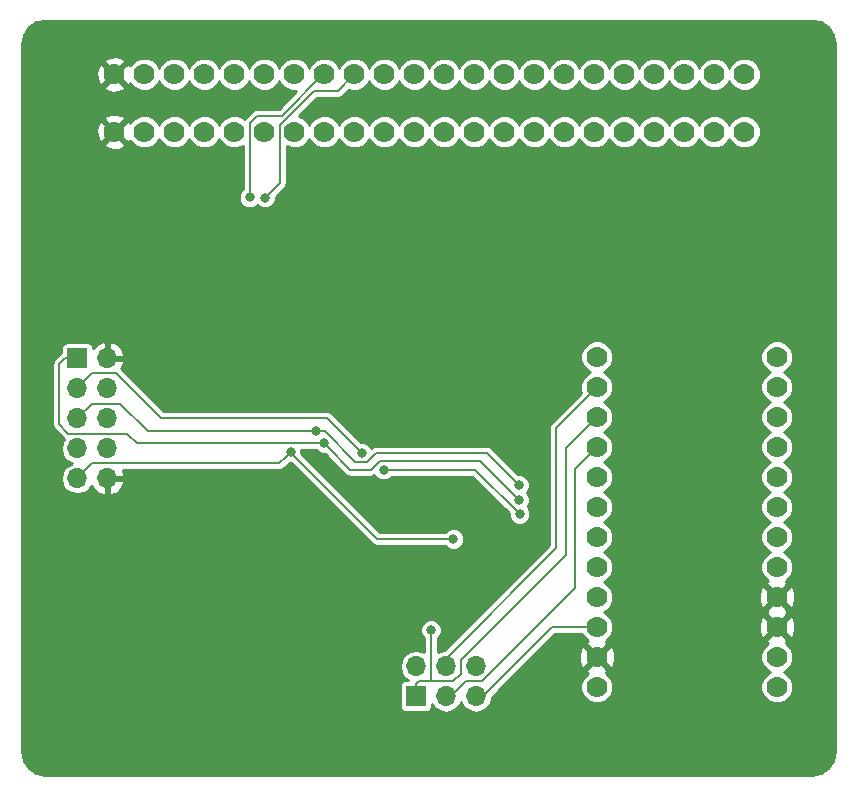
<source format=gbl>
G04 #@! TF.FileFunction,Copper,L2,Bot,Signal*
%FSLAX46Y46*%
G04 Gerber Fmt 4.6, Leading zero omitted, Abs format (unit mm)*
G04 Created by KiCad (PCBNEW 4.0.1-stable) date Monday, April 10, 2017 'AMt' 12:08:22 AM*
%MOMM*%
G01*
G04 APERTURE LIST*
%ADD10C,0.100000*%
%ADD11R,1.700000X1.700000*%
%ADD12O,1.700000X1.700000*%
%ADD13C,1.778000*%
%ADD14C,1.016000*%
%ADD15C,0.812800*%
%ADD16C,0.177800*%
%ADD17C,0.254000*%
G04 APERTURE END LIST*
D10*
D11*
X163930000Y-107780000D03*
D12*
X163930000Y-105240000D03*
X166470000Y-107780000D03*
X166470000Y-105240000D03*
X169010000Y-107780000D03*
X169010000Y-105240000D03*
D11*
X135260000Y-79180000D03*
D12*
X137800000Y-79180000D03*
X135260000Y-81720000D03*
X137800000Y-81720000D03*
X135260000Y-84260000D03*
X137800000Y-84260000D03*
X135260000Y-86800000D03*
X137800000Y-86800000D03*
X135260000Y-89340000D03*
X137800000Y-89340000D03*
D13*
X179270000Y-107000000D03*
X194510000Y-107000000D03*
X179270000Y-104460000D03*
X194510000Y-104460000D03*
X179270000Y-101920000D03*
X194510000Y-101920000D03*
X179270000Y-99380000D03*
X194510000Y-99380000D03*
X179270000Y-96840000D03*
X194510000Y-96840000D03*
X179270000Y-94300000D03*
X194510000Y-94300000D03*
X179270000Y-91760000D03*
X194510000Y-91760000D03*
X179270000Y-89220000D03*
X194510000Y-89220000D03*
X179270000Y-86680000D03*
X194510000Y-86680000D03*
X179270000Y-84140000D03*
X194510000Y-84140000D03*
X179270000Y-81600000D03*
X194510000Y-81600000D03*
X179270000Y-79060000D03*
X194510000Y-79060000D03*
X191750000Y-55140000D03*
X191750000Y-59991400D03*
X189210000Y-55140000D03*
X189210000Y-59991400D03*
X186670000Y-55140000D03*
X186670000Y-59991400D03*
X184130000Y-55140000D03*
X184130000Y-59991400D03*
X181590000Y-55140000D03*
X181590000Y-59991400D03*
X179050000Y-55140000D03*
X179050000Y-59991400D03*
X176510000Y-55140000D03*
X176510000Y-59991400D03*
X173970000Y-55140000D03*
X173970000Y-59991400D03*
X171430000Y-55140000D03*
X171430000Y-59991400D03*
X168890000Y-55140000D03*
X168890000Y-59991400D03*
X166350000Y-55140000D03*
X166350000Y-59991400D03*
X163810000Y-55140000D03*
X163810000Y-59991400D03*
X161270000Y-55140000D03*
X161270000Y-59991400D03*
X158730000Y-55140000D03*
X158730000Y-59991400D03*
X156190000Y-55140000D03*
X156190000Y-59991400D03*
X153650000Y-55140000D03*
X153650000Y-59991400D03*
X151110000Y-55140000D03*
X151110000Y-59991400D03*
X148570000Y-55140000D03*
X148570000Y-59991400D03*
X146030000Y-55140000D03*
X146030000Y-59991400D03*
X143490000Y-55140000D03*
X143490000Y-59991400D03*
X140950000Y-55140000D03*
X140950000Y-59991400D03*
X138410000Y-55140000D03*
X138410000Y-59991400D03*
D14*
X165770000Y-89760002D03*
X167110000Y-75140000D03*
X152990000Y-81940000D03*
X158610000Y-95490000D03*
X150120000Y-105450000D03*
X143530000Y-105270000D03*
D15*
X151150000Y-65570000D03*
X149860000Y-65550000D03*
X153330000Y-87120000D03*
X167120000Y-94450000D03*
X155450000Y-85360000D03*
X172650000Y-89890000D03*
X156172518Y-86367480D03*
X172680000Y-91180000D03*
X159360000Y-87179998D03*
X172720000Y-92380000D03*
X161210000Y-88589320D03*
X165220000Y-102150000D03*
D16*
X151556399Y-65163601D02*
X151150000Y-65570000D01*
X158730000Y-55140000D02*
X157330000Y-56540000D01*
X157330000Y-56540000D02*
X155278186Y-56540000D01*
X155278186Y-56540000D02*
X152418099Y-59400087D01*
X152418099Y-59400087D02*
X152418099Y-64301901D01*
X152418099Y-64301901D02*
X151556399Y-65163601D01*
X156190000Y-55140000D02*
X156067514Y-55140000D01*
X156067514Y-55140000D02*
X152567514Y-58640000D01*
X152567514Y-58640000D02*
X150500000Y-58640000D01*
X150500000Y-58640000D02*
X149860000Y-59280000D01*
X149860000Y-59280000D02*
X149860000Y-64975264D01*
X149860000Y-64975264D02*
X149860000Y-65550000D01*
X135260000Y-89340000D02*
X136530000Y-88070000D01*
X136530000Y-88070000D02*
X152380000Y-88070000D01*
X152380000Y-88070000D02*
X152923601Y-87526399D01*
X152923601Y-87526399D02*
X153330000Y-87120000D01*
X167120000Y-94450000D02*
X160660000Y-94450000D01*
X160660000Y-94450000D02*
X153736399Y-87526399D01*
X153736399Y-87526399D02*
X153330000Y-87120000D01*
X135260000Y-84260000D02*
X136520000Y-83000000D01*
X136520000Y-83000000D02*
X138890000Y-83000000D01*
X141250000Y-85360000D02*
X154875264Y-85360000D01*
X138890000Y-83000000D02*
X141250000Y-85360000D01*
X154875264Y-85360000D02*
X155450000Y-85360000D01*
X172650000Y-89890000D02*
X169940000Y-87180000D01*
X169940000Y-87180000D02*
X160570000Y-87180000D01*
X160570000Y-87180000D02*
X159820000Y-87930000D01*
X158794736Y-87930000D02*
X156224736Y-85360000D01*
X156224736Y-85360000D02*
X156024736Y-85360000D01*
X159820000Y-87930000D02*
X158794736Y-87930000D01*
X156024736Y-85360000D02*
X155450000Y-85360000D01*
X135260000Y-79180000D02*
X134232200Y-79180000D01*
X133730000Y-79682200D02*
X133730000Y-84762901D01*
X134527099Y-85560000D02*
X139510000Y-85560000D01*
X134232200Y-79180000D02*
X133730000Y-79682200D01*
X133730000Y-84762901D02*
X134527099Y-85560000D01*
X139510000Y-85560000D02*
X140317480Y-86367480D01*
X140317480Y-86367480D02*
X155597782Y-86367480D01*
X155597782Y-86367480D02*
X156172518Y-86367480D01*
X172680000Y-91180000D02*
X169340000Y-87840000D01*
X169340000Y-87840000D02*
X160869640Y-87840000D01*
X160869640Y-87840000D02*
X160119640Y-88590000D01*
X160119640Y-88590000D02*
X158395038Y-88590000D01*
X158395038Y-88590000D02*
X156578917Y-86773879D01*
X156578917Y-86773879D02*
X156172518Y-86367480D01*
X135260000Y-81720000D02*
X136540000Y-80440000D01*
X136540000Y-80440000D02*
X138590000Y-80440000D01*
X138590000Y-80440000D02*
X142385262Y-84235262D01*
X142385262Y-84235262D02*
X156405262Y-84235262D01*
X156405262Y-84235262D02*
X159349998Y-87179998D01*
X159349998Y-87179998D02*
X159360000Y-87179998D01*
X161210000Y-88589320D02*
X168929320Y-88589320D01*
X168929320Y-88589320D02*
X172720000Y-92380000D01*
X179270000Y-84140000D02*
X176660000Y-86750000D01*
X176660000Y-95824506D02*
X167750000Y-104734506D01*
X176660000Y-86750000D02*
X176660000Y-95824506D01*
X167750000Y-104734506D02*
X167750000Y-105860000D01*
X167750000Y-105860000D02*
X167090000Y-106520000D01*
X167090000Y-106520000D02*
X165220000Y-106520000D01*
X165220000Y-106520000D02*
X164162200Y-106520000D01*
X165220000Y-102150000D02*
X165220000Y-102868420D01*
X165220000Y-102868420D02*
X165220000Y-106520000D01*
X164162200Y-106520000D02*
X163930000Y-106752200D01*
X163930000Y-106752200D02*
X163930000Y-107780000D01*
X169505494Y-106510000D02*
X177420000Y-98595494D01*
X178508001Y-87441999D02*
X179270000Y-86680000D01*
X177420000Y-88530000D02*
X178508001Y-87441999D01*
X177420000Y-98595494D02*
X177420000Y-88530000D01*
X168150000Y-106510000D02*
X169505494Y-106510000D01*
X166880000Y-107780000D02*
X168150000Y-106510000D01*
X166470000Y-105240000D02*
X166470000Y-104590000D01*
X166470000Y-104590000D02*
X175800000Y-95260000D01*
X175800000Y-85070000D02*
X178508001Y-82361999D01*
X175800000Y-95260000D02*
X175800000Y-85070000D01*
X178508001Y-82361999D02*
X179270000Y-81600000D01*
X169620000Y-107780000D02*
X175480000Y-101920000D01*
X175480000Y-101920000D02*
X179270000Y-101920000D01*
D17*
G36*
X198229233Y-50739475D02*
X198847446Y-51152551D01*
X199260525Y-51770766D01*
X199417000Y-52557422D01*
X199417000Y-112442578D01*
X199260525Y-113229234D01*
X198847446Y-113847449D01*
X198229233Y-114260525D01*
X197442578Y-114417000D01*
X132557422Y-114417000D01*
X131770766Y-114260525D01*
X131152551Y-113847446D01*
X130739475Y-113229233D01*
X130583000Y-112442578D01*
X130583000Y-106930000D01*
X162562048Y-106930000D01*
X162562048Y-108630000D01*
X162597470Y-108818253D01*
X162708728Y-108991153D01*
X162878488Y-109107145D01*
X163080000Y-109147952D01*
X164780000Y-109147952D01*
X164968253Y-109112530D01*
X165141153Y-109001272D01*
X165257145Y-108831512D01*
X165297952Y-108630000D01*
X165297952Y-108449879D01*
X165509749Y-108766856D01*
X165950316Y-109061233D01*
X166470000Y-109164605D01*
X166989684Y-109061233D01*
X167430251Y-108766856D01*
X167724628Y-108326289D01*
X167740000Y-108249009D01*
X167755372Y-108326289D01*
X168049749Y-108766856D01*
X168490316Y-109061233D01*
X169010000Y-109164605D01*
X169529684Y-109061233D01*
X169970251Y-108766856D01*
X170264628Y-108326289D01*
X170350733Y-107893411D01*
X170967483Y-107276661D01*
X177872758Y-107276661D01*
X178084990Y-107790303D01*
X178477630Y-108183629D01*
X178990900Y-108396757D01*
X179546661Y-108397242D01*
X180060303Y-108185010D01*
X180453629Y-107792370D01*
X180666757Y-107279100D01*
X180667242Y-106723339D01*
X180455010Y-106209697D01*
X180062370Y-105816371D01*
X180035182Y-105805081D01*
X180077533Y-105787539D01*
X180162591Y-105532196D01*
X179270000Y-104639605D01*
X178377409Y-105532196D01*
X178462467Y-105787539D01*
X178506880Y-105803758D01*
X178479697Y-105814990D01*
X178086371Y-106207630D01*
X177873243Y-106720900D01*
X177872758Y-107276661D01*
X170967483Y-107276661D01*
X174022179Y-104221965D01*
X177734484Y-104221965D01*
X177760277Y-104827700D01*
X177942461Y-105267533D01*
X178197804Y-105352591D01*
X179090395Y-104460000D01*
X179449605Y-104460000D01*
X180342196Y-105352591D01*
X180597539Y-105267533D01*
X180791410Y-104736661D01*
X193112758Y-104736661D01*
X193324990Y-105250303D01*
X193717630Y-105643629D01*
X193925512Y-105729949D01*
X193719697Y-105814990D01*
X193326371Y-106207630D01*
X193113243Y-106720900D01*
X193112758Y-107276661D01*
X193324990Y-107790303D01*
X193717630Y-108183629D01*
X194230900Y-108396757D01*
X194786661Y-108397242D01*
X195300303Y-108185010D01*
X195693629Y-107792370D01*
X195906757Y-107279100D01*
X195907242Y-106723339D01*
X195695010Y-106209697D01*
X195302370Y-105816371D01*
X195094488Y-105730051D01*
X195300303Y-105645010D01*
X195693629Y-105252370D01*
X195906757Y-104739100D01*
X195907242Y-104183339D01*
X195695010Y-103669697D01*
X195302370Y-103276371D01*
X195275182Y-103265081D01*
X195317533Y-103247539D01*
X195402591Y-102992196D01*
X194510000Y-102099605D01*
X193617409Y-102992196D01*
X193702467Y-103247539D01*
X193746880Y-103263758D01*
X193719697Y-103274990D01*
X193326371Y-103667630D01*
X193113243Y-104180900D01*
X193112758Y-104736661D01*
X180791410Y-104736661D01*
X180805516Y-104698035D01*
X180779723Y-104092300D01*
X180597539Y-103652467D01*
X180342196Y-103567409D01*
X179449605Y-104460000D01*
X179090395Y-104460000D01*
X178197804Y-103567409D01*
X177942461Y-103652467D01*
X177734484Y-104221965D01*
X174022179Y-104221965D01*
X175727244Y-102516900D01*
X178005078Y-102516900D01*
X178084990Y-102710303D01*
X178477630Y-103103629D01*
X178504818Y-103114919D01*
X178462467Y-103132461D01*
X178377409Y-103387804D01*
X179270000Y-104280395D01*
X180162591Y-103387804D01*
X180077533Y-103132461D01*
X180033120Y-103116242D01*
X180060303Y-103105010D01*
X180453629Y-102712370D01*
X180666757Y-102199100D01*
X180667208Y-101681965D01*
X192974484Y-101681965D01*
X193000277Y-102287700D01*
X193182461Y-102727533D01*
X193437804Y-102812591D01*
X194330395Y-101920000D01*
X194689605Y-101920000D01*
X195582196Y-102812591D01*
X195837539Y-102727533D01*
X196045516Y-102158035D01*
X196019723Y-101552300D01*
X195837539Y-101112467D01*
X195582196Y-101027409D01*
X194689605Y-101920000D01*
X194330395Y-101920000D01*
X193437804Y-101027409D01*
X193182461Y-101112467D01*
X192974484Y-101681965D01*
X180667208Y-101681965D01*
X180667242Y-101643339D01*
X180455010Y-101129697D01*
X180062370Y-100736371D01*
X179854488Y-100650051D01*
X180060303Y-100565010D01*
X180173314Y-100452196D01*
X193617409Y-100452196D01*
X193683300Y-100650000D01*
X193617409Y-100847804D01*
X194510000Y-101740395D01*
X195402591Y-100847804D01*
X195336700Y-100650000D01*
X195402591Y-100452196D01*
X194510000Y-99559605D01*
X193617409Y-100452196D01*
X180173314Y-100452196D01*
X180453629Y-100172370D01*
X180666757Y-99659100D01*
X180667208Y-99141965D01*
X192974484Y-99141965D01*
X193000277Y-99747700D01*
X193182461Y-100187533D01*
X193437804Y-100272591D01*
X194330395Y-99380000D01*
X194689605Y-99380000D01*
X195582196Y-100272591D01*
X195837539Y-100187533D01*
X196045516Y-99618035D01*
X196019723Y-99012300D01*
X195837539Y-98572467D01*
X195582196Y-98487409D01*
X194689605Y-99380000D01*
X194330395Y-99380000D01*
X193437804Y-98487409D01*
X193182461Y-98572467D01*
X192974484Y-99141965D01*
X180667208Y-99141965D01*
X180667242Y-99103339D01*
X180455010Y-98589697D01*
X180062370Y-98196371D01*
X179854488Y-98110051D01*
X180060303Y-98025010D01*
X180453629Y-97632370D01*
X180666757Y-97119100D01*
X180667242Y-96563339D01*
X180455010Y-96049697D01*
X180062370Y-95656371D01*
X179854488Y-95570051D01*
X180060303Y-95485010D01*
X180453629Y-95092370D01*
X180666757Y-94579100D01*
X180667242Y-94023339D01*
X180455010Y-93509697D01*
X180062370Y-93116371D01*
X179854488Y-93030051D01*
X180060303Y-92945010D01*
X180453629Y-92552370D01*
X180666757Y-92039100D01*
X180667242Y-91483339D01*
X180455010Y-90969697D01*
X180062370Y-90576371D01*
X179854488Y-90490051D01*
X180060303Y-90405010D01*
X180453629Y-90012370D01*
X180666757Y-89499100D01*
X180667242Y-88943339D01*
X180455010Y-88429697D01*
X180062370Y-88036371D01*
X179854488Y-87950051D01*
X180060303Y-87865010D01*
X180453629Y-87472370D01*
X180666757Y-86959100D01*
X180667242Y-86403339D01*
X180455010Y-85889697D01*
X180062370Y-85496371D01*
X179854488Y-85410051D01*
X180060303Y-85325010D01*
X180453629Y-84932370D01*
X180666757Y-84419100D01*
X180667242Y-83863339D01*
X180455010Y-83349697D01*
X180062370Y-82956371D01*
X179854488Y-82870051D01*
X180060303Y-82785010D01*
X180453629Y-82392370D01*
X180666757Y-81879100D01*
X180667242Y-81323339D01*
X180455010Y-80809697D01*
X180062370Y-80416371D01*
X179854488Y-80330051D01*
X180060303Y-80245010D01*
X180453629Y-79852370D01*
X180666757Y-79339100D01*
X180666759Y-79336661D01*
X193112758Y-79336661D01*
X193324990Y-79850303D01*
X193717630Y-80243629D01*
X193925512Y-80329949D01*
X193719697Y-80414990D01*
X193326371Y-80807630D01*
X193113243Y-81320900D01*
X193112758Y-81876661D01*
X193324990Y-82390303D01*
X193717630Y-82783629D01*
X193925512Y-82869949D01*
X193719697Y-82954990D01*
X193326371Y-83347630D01*
X193113243Y-83860900D01*
X193112758Y-84416661D01*
X193324990Y-84930303D01*
X193717630Y-85323629D01*
X193925512Y-85409949D01*
X193719697Y-85494990D01*
X193326371Y-85887630D01*
X193113243Y-86400900D01*
X193112758Y-86956661D01*
X193324990Y-87470303D01*
X193717630Y-87863629D01*
X193925512Y-87949949D01*
X193719697Y-88034990D01*
X193326371Y-88427630D01*
X193113243Y-88940900D01*
X193112758Y-89496661D01*
X193324990Y-90010303D01*
X193717630Y-90403629D01*
X193925512Y-90489949D01*
X193719697Y-90574990D01*
X193326371Y-90967630D01*
X193113243Y-91480900D01*
X193112758Y-92036661D01*
X193324990Y-92550303D01*
X193717630Y-92943629D01*
X193925512Y-93029949D01*
X193719697Y-93114990D01*
X193326371Y-93507630D01*
X193113243Y-94020900D01*
X193112758Y-94576661D01*
X193324990Y-95090303D01*
X193717630Y-95483629D01*
X193925512Y-95569949D01*
X193719697Y-95654990D01*
X193326371Y-96047630D01*
X193113243Y-96560900D01*
X193112758Y-97116661D01*
X193324990Y-97630303D01*
X193717630Y-98023629D01*
X193744818Y-98034919D01*
X193702467Y-98052461D01*
X193617409Y-98307804D01*
X194510000Y-99200395D01*
X195402591Y-98307804D01*
X195317533Y-98052461D01*
X195273120Y-98036242D01*
X195300303Y-98025010D01*
X195693629Y-97632370D01*
X195906757Y-97119100D01*
X195907242Y-96563339D01*
X195695010Y-96049697D01*
X195302370Y-95656371D01*
X195094488Y-95570051D01*
X195300303Y-95485010D01*
X195693629Y-95092370D01*
X195906757Y-94579100D01*
X195907242Y-94023339D01*
X195695010Y-93509697D01*
X195302370Y-93116371D01*
X195094488Y-93030051D01*
X195300303Y-92945010D01*
X195693629Y-92552370D01*
X195906757Y-92039100D01*
X195907242Y-91483339D01*
X195695010Y-90969697D01*
X195302370Y-90576371D01*
X195094488Y-90490051D01*
X195300303Y-90405010D01*
X195693629Y-90012370D01*
X195906757Y-89499100D01*
X195907242Y-88943339D01*
X195695010Y-88429697D01*
X195302370Y-88036371D01*
X195094488Y-87950051D01*
X195300303Y-87865010D01*
X195693629Y-87472370D01*
X195906757Y-86959100D01*
X195907242Y-86403339D01*
X195695010Y-85889697D01*
X195302370Y-85496371D01*
X195094488Y-85410051D01*
X195300303Y-85325010D01*
X195693629Y-84932370D01*
X195906757Y-84419100D01*
X195907242Y-83863339D01*
X195695010Y-83349697D01*
X195302370Y-82956371D01*
X195094488Y-82870051D01*
X195300303Y-82785010D01*
X195693629Y-82392370D01*
X195906757Y-81879100D01*
X195907242Y-81323339D01*
X195695010Y-80809697D01*
X195302370Y-80416371D01*
X195094488Y-80330051D01*
X195300303Y-80245010D01*
X195693629Y-79852370D01*
X195906757Y-79339100D01*
X195907242Y-78783339D01*
X195695010Y-78269697D01*
X195302370Y-77876371D01*
X194789100Y-77663243D01*
X194233339Y-77662758D01*
X193719697Y-77874990D01*
X193326371Y-78267630D01*
X193113243Y-78780900D01*
X193112758Y-79336661D01*
X180666759Y-79336661D01*
X180667242Y-78783339D01*
X180455010Y-78269697D01*
X180062370Y-77876371D01*
X179549100Y-77663243D01*
X178993339Y-77662758D01*
X178479697Y-77874990D01*
X178086371Y-78267630D01*
X177873243Y-78780900D01*
X177872758Y-79336661D01*
X178084990Y-79850303D01*
X178477630Y-80243629D01*
X178685512Y-80329949D01*
X178479697Y-80414990D01*
X178086371Y-80807630D01*
X177873243Y-81320900D01*
X177872758Y-81876661D01*
X177953583Y-82072273D01*
X175377928Y-84647928D01*
X175248536Y-84841576D01*
X175203100Y-85070000D01*
X175203100Y-95012756D01*
X166333262Y-103882594D01*
X165950316Y-103958767D01*
X165816900Y-104047913D01*
X165816900Y-102846170D01*
X165994738Y-102668642D01*
X166134241Y-102332683D01*
X166134558Y-101968913D01*
X165995642Y-101632711D01*
X165738642Y-101375262D01*
X165402683Y-101235759D01*
X165038913Y-101235442D01*
X164702711Y-101374358D01*
X164445262Y-101631358D01*
X164305759Y-101967317D01*
X164305442Y-102331087D01*
X164444358Y-102667289D01*
X164623100Y-102846343D01*
X164623100Y-104074640D01*
X164449684Y-103958767D01*
X163930000Y-103855395D01*
X163410316Y-103958767D01*
X162969749Y-104253144D01*
X162675372Y-104693711D01*
X162572000Y-105213395D01*
X162572000Y-105266605D01*
X162675372Y-105786289D01*
X162969749Y-106226856D01*
X163246909Y-106412048D01*
X163080000Y-106412048D01*
X162891747Y-106447470D01*
X162718847Y-106558728D01*
X162602855Y-106728488D01*
X162562048Y-106930000D01*
X130583000Y-106930000D01*
X130583000Y-79682200D01*
X133133100Y-79682200D01*
X133133100Y-84762901D01*
X133178536Y-84991325D01*
X133307928Y-85184973D01*
X134105027Y-85982072D01*
X134155509Y-86015803D01*
X133978767Y-86280316D01*
X133875395Y-86800000D01*
X133978767Y-87319684D01*
X134273144Y-87760251D01*
X134713711Y-88054628D01*
X134790991Y-88070000D01*
X134713711Y-88085372D01*
X134273144Y-88379749D01*
X133978767Y-88820316D01*
X133875395Y-89340000D01*
X133978767Y-89859684D01*
X134273144Y-90300251D01*
X134713711Y-90594628D01*
X135233395Y-90698000D01*
X135286605Y-90698000D01*
X135806289Y-90594628D01*
X136246856Y-90300251D01*
X136470066Y-89966193D01*
X136528355Y-90106924D01*
X136918642Y-90535183D01*
X137443108Y-90781486D01*
X137673000Y-90660819D01*
X137673000Y-89467000D01*
X137927000Y-89467000D01*
X137927000Y-90660819D01*
X138156892Y-90781486D01*
X138681358Y-90535183D01*
X139071645Y-90106924D01*
X139241476Y-89696890D01*
X139120155Y-89467000D01*
X137927000Y-89467000D01*
X137673000Y-89467000D01*
X137653000Y-89467000D01*
X137653000Y-89213000D01*
X137673000Y-89213000D01*
X137673000Y-89193000D01*
X137927000Y-89193000D01*
X137927000Y-89213000D01*
X139120155Y-89213000D01*
X139241476Y-88983110D01*
X139110506Y-88666900D01*
X152380000Y-88666900D01*
X152608424Y-88621464D01*
X152802072Y-88492072D01*
X153259805Y-88034339D01*
X153400317Y-88034461D01*
X160237928Y-94872072D01*
X160431576Y-95001464D01*
X160660000Y-95046900D01*
X166423830Y-95046900D01*
X166601358Y-95224738D01*
X166937317Y-95364241D01*
X167301087Y-95364558D01*
X167637289Y-95225642D01*
X167894738Y-94968642D01*
X168034241Y-94632683D01*
X168034558Y-94268913D01*
X167895642Y-93932711D01*
X167638642Y-93675262D01*
X167302683Y-93535759D01*
X166938913Y-93535442D01*
X166602711Y-93674358D01*
X166423657Y-93853100D01*
X160907244Y-93853100D01*
X154244339Y-87190195D01*
X154244536Y-86964380D01*
X155476348Y-86964380D01*
X155653876Y-87142218D01*
X155989835Y-87281721D01*
X156242835Y-87281941D01*
X157972966Y-89012072D01*
X158166614Y-89141464D01*
X158395038Y-89186900D01*
X160119640Y-89186900D01*
X160348064Y-89141464D01*
X160426974Y-89088738D01*
X160434358Y-89106609D01*
X160691358Y-89364058D01*
X161027317Y-89503561D01*
X161391087Y-89503878D01*
X161727289Y-89364962D01*
X161906343Y-89186220D01*
X168682076Y-89186220D01*
X171805661Y-92309805D01*
X171805442Y-92561087D01*
X171944358Y-92897289D01*
X172201358Y-93154738D01*
X172537317Y-93294241D01*
X172901087Y-93294558D01*
X173237289Y-93155642D01*
X173494738Y-92898642D01*
X173634241Y-92562683D01*
X173634558Y-92198913D01*
X173495642Y-91862711D01*
X173393191Y-91760081D01*
X173454738Y-91698642D01*
X173594241Y-91362683D01*
X173594558Y-90998913D01*
X173455642Y-90662711D01*
X173313183Y-90520003D01*
X173424738Y-90408642D01*
X173564241Y-90072683D01*
X173564558Y-89708913D01*
X173425642Y-89372711D01*
X173168642Y-89115262D01*
X172832683Y-88975759D01*
X172579683Y-88975539D01*
X170362072Y-86757928D01*
X170168424Y-86628536D01*
X169940000Y-86583100D01*
X160570000Y-86583100D01*
X160341576Y-86628536D01*
X160169132Y-86743760D01*
X160135642Y-86662709D01*
X159878642Y-86405260D01*
X159542683Y-86265757D01*
X159279672Y-86265528D01*
X156827334Y-83813190D01*
X156633686Y-83683798D01*
X156405262Y-83638362D01*
X142632506Y-83638362D01*
X139012072Y-80017928D01*
X139008880Y-80015795D01*
X139071645Y-79946924D01*
X139241476Y-79536890D01*
X139120155Y-79307000D01*
X137927000Y-79307000D01*
X137927000Y-79327000D01*
X137673000Y-79327000D01*
X137673000Y-79307000D01*
X137653000Y-79307000D01*
X137653000Y-79053000D01*
X137673000Y-79053000D01*
X137673000Y-77859181D01*
X137927000Y-77859181D01*
X137927000Y-79053000D01*
X139120155Y-79053000D01*
X139241476Y-78823110D01*
X139071645Y-78413076D01*
X138681358Y-77984817D01*
X138156892Y-77738514D01*
X137927000Y-77859181D01*
X137673000Y-77859181D01*
X137443108Y-77738514D01*
X136918642Y-77984817D01*
X136623864Y-78308275D01*
X136592530Y-78141747D01*
X136481272Y-77968847D01*
X136311512Y-77852855D01*
X136110000Y-77812048D01*
X134410000Y-77812048D01*
X134221747Y-77847470D01*
X134048847Y-77958728D01*
X133932855Y-78128488D01*
X133892048Y-78330000D01*
X133892048Y-78703191D01*
X133810128Y-78757928D01*
X133307928Y-79260128D01*
X133178536Y-79453776D01*
X133133100Y-79682200D01*
X130583000Y-79682200D01*
X130583000Y-61063596D01*
X137517409Y-61063596D01*
X137602467Y-61318939D01*
X138171965Y-61526916D01*
X138777700Y-61501123D01*
X139217533Y-61318939D01*
X139302591Y-61063596D01*
X138410000Y-60171005D01*
X137517409Y-61063596D01*
X130583000Y-61063596D01*
X130583000Y-59753365D01*
X136874484Y-59753365D01*
X136900277Y-60359100D01*
X137082461Y-60798933D01*
X137337804Y-60883991D01*
X138230395Y-59991400D01*
X137337804Y-59098809D01*
X137082461Y-59183867D01*
X136874484Y-59753365D01*
X130583000Y-59753365D01*
X130583000Y-58919204D01*
X137517409Y-58919204D01*
X138410000Y-59811795D01*
X139302591Y-58919204D01*
X139217533Y-58663861D01*
X138648035Y-58455884D01*
X138042300Y-58481677D01*
X137602467Y-58663861D01*
X137517409Y-58919204D01*
X130583000Y-58919204D01*
X130583000Y-56212196D01*
X137517409Y-56212196D01*
X137602467Y-56467539D01*
X138171965Y-56675516D01*
X138777700Y-56649723D01*
X139217533Y-56467539D01*
X139302591Y-56212196D01*
X138410000Y-55319605D01*
X137517409Y-56212196D01*
X130583000Y-56212196D01*
X130583000Y-54901965D01*
X136874484Y-54901965D01*
X136900277Y-55507700D01*
X137082461Y-55947533D01*
X137337804Y-56032591D01*
X138230395Y-55140000D01*
X138589605Y-55140000D01*
X139482196Y-56032591D01*
X139737539Y-55947533D01*
X139753758Y-55903120D01*
X139764990Y-55930303D01*
X140157630Y-56323629D01*
X140670900Y-56536757D01*
X141226661Y-56537242D01*
X141740303Y-56325010D01*
X142133629Y-55932370D01*
X142219949Y-55724488D01*
X142304990Y-55930303D01*
X142697630Y-56323629D01*
X143210900Y-56536757D01*
X143766661Y-56537242D01*
X144280303Y-56325010D01*
X144673629Y-55932370D01*
X144759949Y-55724488D01*
X144844990Y-55930303D01*
X145237630Y-56323629D01*
X145750900Y-56536757D01*
X146306661Y-56537242D01*
X146820303Y-56325010D01*
X147213629Y-55932370D01*
X147299949Y-55724488D01*
X147384990Y-55930303D01*
X147777630Y-56323629D01*
X148290900Y-56536757D01*
X148846661Y-56537242D01*
X149360303Y-56325010D01*
X149753629Y-55932370D01*
X149839949Y-55724488D01*
X149924990Y-55930303D01*
X150317630Y-56323629D01*
X150830900Y-56536757D01*
X151386661Y-56537242D01*
X151900303Y-56325010D01*
X152293629Y-55932370D01*
X152379949Y-55724488D01*
X152464990Y-55930303D01*
X152857630Y-56323629D01*
X153370900Y-56536757D01*
X153826216Y-56537154D01*
X152320270Y-58043100D01*
X150500000Y-58043100D01*
X150271576Y-58088536D01*
X150077928Y-58217928D01*
X149437928Y-58857928D01*
X149427708Y-58873223D01*
X149362370Y-58807771D01*
X148849100Y-58594643D01*
X148293339Y-58594158D01*
X147779697Y-58806390D01*
X147386371Y-59199030D01*
X147300051Y-59406912D01*
X147215010Y-59201097D01*
X146822370Y-58807771D01*
X146309100Y-58594643D01*
X145753339Y-58594158D01*
X145239697Y-58806390D01*
X144846371Y-59199030D01*
X144760051Y-59406912D01*
X144675010Y-59201097D01*
X144282370Y-58807771D01*
X143769100Y-58594643D01*
X143213339Y-58594158D01*
X142699697Y-58806390D01*
X142306371Y-59199030D01*
X142220051Y-59406912D01*
X142135010Y-59201097D01*
X141742370Y-58807771D01*
X141229100Y-58594643D01*
X140673339Y-58594158D01*
X140159697Y-58806390D01*
X139766371Y-59199030D01*
X139755081Y-59226218D01*
X139737539Y-59183867D01*
X139482196Y-59098809D01*
X138589605Y-59991400D01*
X139482196Y-60883991D01*
X139737539Y-60798933D01*
X139753758Y-60754520D01*
X139764990Y-60781703D01*
X140157630Y-61175029D01*
X140670900Y-61388157D01*
X141226661Y-61388642D01*
X141740303Y-61176410D01*
X142133629Y-60783770D01*
X142219949Y-60575888D01*
X142304990Y-60781703D01*
X142697630Y-61175029D01*
X143210900Y-61388157D01*
X143766661Y-61388642D01*
X144280303Y-61176410D01*
X144673629Y-60783770D01*
X144759949Y-60575888D01*
X144844990Y-60781703D01*
X145237630Y-61175029D01*
X145750900Y-61388157D01*
X146306661Y-61388642D01*
X146820303Y-61176410D01*
X147213629Y-60783770D01*
X147299949Y-60575888D01*
X147384990Y-60781703D01*
X147777630Y-61175029D01*
X148290900Y-61388157D01*
X148846661Y-61388642D01*
X149263100Y-61216573D01*
X149263100Y-64853830D01*
X149085262Y-65031358D01*
X148945759Y-65367317D01*
X148945442Y-65731087D01*
X149084358Y-66067289D01*
X149341358Y-66324738D01*
X149677317Y-66464241D01*
X150041087Y-66464558D01*
X150377289Y-66325642D01*
X150494997Y-66208139D01*
X150631358Y-66344738D01*
X150967317Y-66484241D01*
X151331087Y-66484558D01*
X151667289Y-66345642D01*
X151924738Y-66088642D01*
X152064241Y-65752683D01*
X152064461Y-65499683D01*
X152840171Y-64723973D01*
X152969563Y-64530325D01*
X153014999Y-64301901D01*
X153014999Y-61240374D01*
X153370900Y-61388157D01*
X153926661Y-61388642D01*
X154440303Y-61176410D01*
X154833629Y-60783770D01*
X154919949Y-60575888D01*
X155004990Y-60781703D01*
X155397630Y-61175029D01*
X155910900Y-61388157D01*
X156466661Y-61388642D01*
X156980303Y-61176410D01*
X157373629Y-60783770D01*
X157459949Y-60575888D01*
X157544990Y-60781703D01*
X157937630Y-61175029D01*
X158450900Y-61388157D01*
X159006661Y-61388642D01*
X159520303Y-61176410D01*
X159913629Y-60783770D01*
X159999949Y-60575888D01*
X160084990Y-60781703D01*
X160477630Y-61175029D01*
X160990900Y-61388157D01*
X161546661Y-61388642D01*
X162060303Y-61176410D01*
X162453629Y-60783770D01*
X162539949Y-60575888D01*
X162624990Y-60781703D01*
X163017630Y-61175029D01*
X163530900Y-61388157D01*
X164086661Y-61388642D01*
X164600303Y-61176410D01*
X164993629Y-60783770D01*
X165079949Y-60575888D01*
X165164990Y-60781703D01*
X165557630Y-61175029D01*
X166070900Y-61388157D01*
X166626661Y-61388642D01*
X167140303Y-61176410D01*
X167533629Y-60783770D01*
X167619949Y-60575888D01*
X167704990Y-60781703D01*
X168097630Y-61175029D01*
X168610900Y-61388157D01*
X169166661Y-61388642D01*
X169680303Y-61176410D01*
X170073629Y-60783770D01*
X170159949Y-60575888D01*
X170244990Y-60781703D01*
X170637630Y-61175029D01*
X171150900Y-61388157D01*
X171706661Y-61388642D01*
X172220303Y-61176410D01*
X172613629Y-60783770D01*
X172699949Y-60575888D01*
X172784990Y-60781703D01*
X173177630Y-61175029D01*
X173690900Y-61388157D01*
X174246661Y-61388642D01*
X174760303Y-61176410D01*
X175153629Y-60783770D01*
X175239949Y-60575888D01*
X175324990Y-60781703D01*
X175717630Y-61175029D01*
X176230900Y-61388157D01*
X176786661Y-61388642D01*
X177300303Y-61176410D01*
X177693629Y-60783770D01*
X177779949Y-60575888D01*
X177864990Y-60781703D01*
X178257630Y-61175029D01*
X178770900Y-61388157D01*
X179326661Y-61388642D01*
X179840303Y-61176410D01*
X180233629Y-60783770D01*
X180319949Y-60575888D01*
X180404990Y-60781703D01*
X180797630Y-61175029D01*
X181310900Y-61388157D01*
X181866661Y-61388642D01*
X182380303Y-61176410D01*
X182773629Y-60783770D01*
X182859949Y-60575888D01*
X182944990Y-60781703D01*
X183337630Y-61175029D01*
X183850900Y-61388157D01*
X184406661Y-61388642D01*
X184920303Y-61176410D01*
X185313629Y-60783770D01*
X185399949Y-60575888D01*
X185484990Y-60781703D01*
X185877630Y-61175029D01*
X186390900Y-61388157D01*
X186946661Y-61388642D01*
X187460303Y-61176410D01*
X187853629Y-60783770D01*
X187939949Y-60575888D01*
X188024990Y-60781703D01*
X188417630Y-61175029D01*
X188930900Y-61388157D01*
X189486661Y-61388642D01*
X190000303Y-61176410D01*
X190393629Y-60783770D01*
X190479949Y-60575888D01*
X190564990Y-60781703D01*
X190957630Y-61175029D01*
X191470900Y-61388157D01*
X192026661Y-61388642D01*
X192540303Y-61176410D01*
X192933629Y-60783770D01*
X193146757Y-60270500D01*
X193147242Y-59714739D01*
X192935010Y-59201097D01*
X192542370Y-58807771D01*
X192029100Y-58594643D01*
X191473339Y-58594158D01*
X190959697Y-58806390D01*
X190566371Y-59199030D01*
X190480051Y-59406912D01*
X190395010Y-59201097D01*
X190002370Y-58807771D01*
X189489100Y-58594643D01*
X188933339Y-58594158D01*
X188419697Y-58806390D01*
X188026371Y-59199030D01*
X187940051Y-59406912D01*
X187855010Y-59201097D01*
X187462370Y-58807771D01*
X186949100Y-58594643D01*
X186393339Y-58594158D01*
X185879697Y-58806390D01*
X185486371Y-59199030D01*
X185400051Y-59406912D01*
X185315010Y-59201097D01*
X184922370Y-58807771D01*
X184409100Y-58594643D01*
X183853339Y-58594158D01*
X183339697Y-58806390D01*
X182946371Y-59199030D01*
X182860051Y-59406912D01*
X182775010Y-59201097D01*
X182382370Y-58807771D01*
X181869100Y-58594643D01*
X181313339Y-58594158D01*
X180799697Y-58806390D01*
X180406371Y-59199030D01*
X180320051Y-59406912D01*
X180235010Y-59201097D01*
X179842370Y-58807771D01*
X179329100Y-58594643D01*
X178773339Y-58594158D01*
X178259697Y-58806390D01*
X177866371Y-59199030D01*
X177780051Y-59406912D01*
X177695010Y-59201097D01*
X177302370Y-58807771D01*
X176789100Y-58594643D01*
X176233339Y-58594158D01*
X175719697Y-58806390D01*
X175326371Y-59199030D01*
X175240051Y-59406912D01*
X175155010Y-59201097D01*
X174762370Y-58807771D01*
X174249100Y-58594643D01*
X173693339Y-58594158D01*
X173179697Y-58806390D01*
X172786371Y-59199030D01*
X172700051Y-59406912D01*
X172615010Y-59201097D01*
X172222370Y-58807771D01*
X171709100Y-58594643D01*
X171153339Y-58594158D01*
X170639697Y-58806390D01*
X170246371Y-59199030D01*
X170160051Y-59406912D01*
X170075010Y-59201097D01*
X169682370Y-58807771D01*
X169169100Y-58594643D01*
X168613339Y-58594158D01*
X168099697Y-58806390D01*
X167706371Y-59199030D01*
X167620051Y-59406912D01*
X167535010Y-59201097D01*
X167142370Y-58807771D01*
X166629100Y-58594643D01*
X166073339Y-58594158D01*
X165559697Y-58806390D01*
X165166371Y-59199030D01*
X165080051Y-59406912D01*
X164995010Y-59201097D01*
X164602370Y-58807771D01*
X164089100Y-58594643D01*
X163533339Y-58594158D01*
X163019697Y-58806390D01*
X162626371Y-59199030D01*
X162540051Y-59406912D01*
X162455010Y-59201097D01*
X162062370Y-58807771D01*
X161549100Y-58594643D01*
X160993339Y-58594158D01*
X160479697Y-58806390D01*
X160086371Y-59199030D01*
X160000051Y-59406912D01*
X159915010Y-59201097D01*
X159522370Y-58807771D01*
X159009100Y-58594643D01*
X158453339Y-58594158D01*
X157939697Y-58806390D01*
X157546371Y-59199030D01*
X157460051Y-59406912D01*
X157375010Y-59201097D01*
X156982370Y-58807771D01*
X156469100Y-58594643D01*
X155913339Y-58594158D01*
X155399697Y-58806390D01*
X155006371Y-59199030D01*
X154920051Y-59406912D01*
X154835010Y-59201097D01*
X154442370Y-58807771D01*
X154027025Y-58635305D01*
X155525430Y-57136900D01*
X157330000Y-57136900D01*
X157558424Y-57091464D01*
X157752072Y-56962072D01*
X158257637Y-56456507D01*
X158450900Y-56536757D01*
X159006661Y-56537242D01*
X159520303Y-56325010D01*
X159913629Y-55932370D01*
X159999949Y-55724488D01*
X160084990Y-55930303D01*
X160477630Y-56323629D01*
X160990900Y-56536757D01*
X161546661Y-56537242D01*
X162060303Y-56325010D01*
X162453629Y-55932370D01*
X162539949Y-55724488D01*
X162624990Y-55930303D01*
X163017630Y-56323629D01*
X163530900Y-56536757D01*
X164086661Y-56537242D01*
X164600303Y-56325010D01*
X164993629Y-55932370D01*
X165079949Y-55724488D01*
X165164990Y-55930303D01*
X165557630Y-56323629D01*
X166070900Y-56536757D01*
X166626661Y-56537242D01*
X167140303Y-56325010D01*
X167533629Y-55932370D01*
X167619949Y-55724488D01*
X167704990Y-55930303D01*
X168097630Y-56323629D01*
X168610900Y-56536757D01*
X169166661Y-56537242D01*
X169680303Y-56325010D01*
X170073629Y-55932370D01*
X170159949Y-55724488D01*
X170244990Y-55930303D01*
X170637630Y-56323629D01*
X171150900Y-56536757D01*
X171706661Y-56537242D01*
X172220303Y-56325010D01*
X172613629Y-55932370D01*
X172699949Y-55724488D01*
X172784990Y-55930303D01*
X173177630Y-56323629D01*
X173690900Y-56536757D01*
X174246661Y-56537242D01*
X174760303Y-56325010D01*
X175153629Y-55932370D01*
X175239949Y-55724488D01*
X175324990Y-55930303D01*
X175717630Y-56323629D01*
X176230900Y-56536757D01*
X176786661Y-56537242D01*
X177300303Y-56325010D01*
X177693629Y-55932370D01*
X177779949Y-55724488D01*
X177864990Y-55930303D01*
X178257630Y-56323629D01*
X178770900Y-56536757D01*
X179326661Y-56537242D01*
X179840303Y-56325010D01*
X180233629Y-55932370D01*
X180319949Y-55724488D01*
X180404990Y-55930303D01*
X180797630Y-56323629D01*
X181310900Y-56536757D01*
X181866661Y-56537242D01*
X182380303Y-56325010D01*
X182773629Y-55932370D01*
X182859949Y-55724488D01*
X182944990Y-55930303D01*
X183337630Y-56323629D01*
X183850900Y-56536757D01*
X184406661Y-56537242D01*
X184920303Y-56325010D01*
X185313629Y-55932370D01*
X185399949Y-55724488D01*
X185484990Y-55930303D01*
X185877630Y-56323629D01*
X186390900Y-56536757D01*
X186946661Y-56537242D01*
X187460303Y-56325010D01*
X187853629Y-55932370D01*
X187939949Y-55724488D01*
X188024990Y-55930303D01*
X188417630Y-56323629D01*
X188930900Y-56536757D01*
X189486661Y-56537242D01*
X190000303Y-56325010D01*
X190393629Y-55932370D01*
X190479949Y-55724488D01*
X190564990Y-55930303D01*
X190957630Y-56323629D01*
X191470900Y-56536757D01*
X192026661Y-56537242D01*
X192540303Y-56325010D01*
X192933629Y-55932370D01*
X193146757Y-55419100D01*
X193147242Y-54863339D01*
X192935010Y-54349697D01*
X192542370Y-53956371D01*
X192029100Y-53743243D01*
X191473339Y-53742758D01*
X190959697Y-53954990D01*
X190566371Y-54347630D01*
X190480051Y-54555512D01*
X190395010Y-54349697D01*
X190002370Y-53956371D01*
X189489100Y-53743243D01*
X188933339Y-53742758D01*
X188419697Y-53954990D01*
X188026371Y-54347630D01*
X187940051Y-54555512D01*
X187855010Y-54349697D01*
X187462370Y-53956371D01*
X186949100Y-53743243D01*
X186393339Y-53742758D01*
X185879697Y-53954990D01*
X185486371Y-54347630D01*
X185400051Y-54555512D01*
X185315010Y-54349697D01*
X184922370Y-53956371D01*
X184409100Y-53743243D01*
X183853339Y-53742758D01*
X183339697Y-53954990D01*
X182946371Y-54347630D01*
X182860051Y-54555512D01*
X182775010Y-54349697D01*
X182382370Y-53956371D01*
X181869100Y-53743243D01*
X181313339Y-53742758D01*
X180799697Y-53954990D01*
X180406371Y-54347630D01*
X180320051Y-54555512D01*
X180235010Y-54349697D01*
X179842370Y-53956371D01*
X179329100Y-53743243D01*
X178773339Y-53742758D01*
X178259697Y-53954990D01*
X177866371Y-54347630D01*
X177780051Y-54555512D01*
X177695010Y-54349697D01*
X177302370Y-53956371D01*
X176789100Y-53743243D01*
X176233339Y-53742758D01*
X175719697Y-53954990D01*
X175326371Y-54347630D01*
X175240051Y-54555512D01*
X175155010Y-54349697D01*
X174762370Y-53956371D01*
X174249100Y-53743243D01*
X173693339Y-53742758D01*
X173179697Y-53954990D01*
X172786371Y-54347630D01*
X172700051Y-54555512D01*
X172615010Y-54349697D01*
X172222370Y-53956371D01*
X171709100Y-53743243D01*
X171153339Y-53742758D01*
X170639697Y-53954990D01*
X170246371Y-54347630D01*
X170160051Y-54555512D01*
X170075010Y-54349697D01*
X169682370Y-53956371D01*
X169169100Y-53743243D01*
X168613339Y-53742758D01*
X168099697Y-53954990D01*
X167706371Y-54347630D01*
X167620051Y-54555512D01*
X167535010Y-54349697D01*
X167142370Y-53956371D01*
X166629100Y-53743243D01*
X166073339Y-53742758D01*
X165559697Y-53954990D01*
X165166371Y-54347630D01*
X165080051Y-54555512D01*
X164995010Y-54349697D01*
X164602370Y-53956371D01*
X164089100Y-53743243D01*
X163533339Y-53742758D01*
X163019697Y-53954990D01*
X162626371Y-54347630D01*
X162540051Y-54555512D01*
X162455010Y-54349697D01*
X162062370Y-53956371D01*
X161549100Y-53743243D01*
X160993339Y-53742758D01*
X160479697Y-53954990D01*
X160086371Y-54347630D01*
X160000051Y-54555512D01*
X159915010Y-54349697D01*
X159522370Y-53956371D01*
X159009100Y-53743243D01*
X158453339Y-53742758D01*
X157939697Y-53954990D01*
X157546371Y-54347630D01*
X157460051Y-54555512D01*
X157375010Y-54349697D01*
X156982370Y-53956371D01*
X156469100Y-53743243D01*
X155913339Y-53742758D01*
X155399697Y-53954990D01*
X155006371Y-54347630D01*
X154920051Y-54555512D01*
X154835010Y-54349697D01*
X154442370Y-53956371D01*
X153929100Y-53743243D01*
X153373339Y-53742758D01*
X152859697Y-53954990D01*
X152466371Y-54347630D01*
X152380051Y-54555512D01*
X152295010Y-54349697D01*
X151902370Y-53956371D01*
X151389100Y-53743243D01*
X150833339Y-53742758D01*
X150319697Y-53954990D01*
X149926371Y-54347630D01*
X149840051Y-54555512D01*
X149755010Y-54349697D01*
X149362370Y-53956371D01*
X148849100Y-53743243D01*
X148293339Y-53742758D01*
X147779697Y-53954990D01*
X147386371Y-54347630D01*
X147300051Y-54555512D01*
X147215010Y-54349697D01*
X146822370Y-53956371D01*
X146309100Y-53743243D01*
X145753339Y-53742758D01*
X145239697Y-53954990D01*
X144846371Y-54347630D01*
X144760051Y-54555512D01*
X144675010Y-54349697D01*
X144282370Y-53956371D01*
X143769100Y-53743243D01*
X143213339Y-53742758D01*
X142699697Y-53954990D01*
X142306371Y-54347630D01*
X142220051Y-54555512D01*
X142135010Y-54349697D01*
X141742370Y-53956371D01*
X141229100Y-53743243D01*
X140673339Y-53742758D01*
X140159697Y-53954990D01*
X139766371Y-54347630D01*
X139755081Y-54374818D01*
X139737539Y-54332467D01*
X139482196Y-54247409D01*
X138589605Y-55140000D01*
X138230395Y-55140000D01*
X137337804Y-54247409D01*
X137082461Y-54332467D01*
X136874484Y-54901965D01*
X130583000Y-54901965D01*
X130583000Y-54067804D01*
X137517409Y-54067804D01*
X138410000Y-54960395D01*
X139302591Y-54067804D01*
X139217533Y-53812461D01*
X138648035Y-53604484D01*
X138042300Y-53630277D01*
X137602467Y-53812461D01*
X137517409Y-54067804D01*
X130583000Y-54067804D01*
X130583000Y-52557422D01*
X130739475Y-51770767D01*
X131152551Y-51152554D01*
X131770766Y-50739475D01*
X132557422Y-50583000D01*
X197442578Y-50583000D01*
X198229233Y-50739475D01*
X198229233Y-50739475D01*
G37*
X198229233Y-50739475D02*
X198847446Y-51152551D01*
X199260525Y-51770766D01*
X199417000Y-52557422D01*
X199417000Y-112442578D01*
X199260525Y-113229234D01*
X198847446Y-113847449D01*
X198229233Y-114260525D01*
X197442578Y-114417000D01*
X132557422Y-114417000D01*
X131770766Y-114260525D01*
X131152551Y-113847446D01*
X130739475Y-113229233D01*
X130583000Y-112442578D01*
X130583000Y-106930000D01*
X162562048Y-106930000D01*
X162562048Y-108630000D01*
X162597470Y-108818253D01*
X162708728Y-108991153D01*
X162878488Y-109107145D01*
X163080000Y-109147952D01*
X164780000Y-109147952D01*
X164968253Y-109112530D01*
X165141153Y-109001272D01*
X165257145Y-108831512D01*
X165297952Y-108630000D01*
X165297952Y-108449879D01*
X165509749Y-108766856D01*
X165950316Y-109061233D01*
X166470000Y-109164605D01*
X166989684Y-109061233D01*
X167430251Y-108766856D01*
X167724628Y-108326289D01*
X167740000Y-108249009D01*
X167755372Y-108326289D01*
X168049749Y-108766856D01*
X168490316Y-109061233D01*
X169010000Y-109164605D01*
X169529684Y-109061233D01*
X169970251Y-108766856D01*
X170264628Y-108326289D01*
X170350733Y-107893411D01*
X170967483Y-107276661D01*
X177872758Y-107276661D01*
X178084990Y-107790303D01*
X178477630Y-108183629D01*
X178990900Y-108396757D01*
X179546661Y-108397242D01*
X180060303Y-108185010D01*
X180453629Y-107792370D01*
X180666757Y-107279100D01*
X180667242Y-106723339D01*
X180455010Y-106209697D01*
X180062370Y-105816371D01*
X180035182Y-105805081D01*
X180077533Y-105787539D01*
X180162591Y-105532196D01*
X179270000Y-104639605D01*
X178377409Y-105532196D01*
X178462467Y-105787539D01*
X178506880Y-105803758D01*
X178479697Y-105814990D01*
X178086371Y-106207630D01*
X177873243Y-106720900D01*
X177872758Y-107276661D01*
X170967483Y-107276661D01*
X174022179Y-104221965D01*
X177734484Y-104221965D01*
X177760277Y-104827700D01*
X177942461Y-105267533D01*
X178197804Y-105352591D01*
X179090395Y-104460000D01*
X179449605Y-104460000D01*
X180342196Y-105352591D01*
X180597539Y-105267533D01*
X180791410Y-104736661D01*
X193112758Y-104736661D01*
X193324990Y-105250303D01*
X193717630Y-105643629D01*
X193925512Y-105729949D01*
X193719697Y-105814990D01*
X193326371Y-106207630D01*
X193113243Y-106720900D01*
X193112758Y-107276661D01*
X193324990Y-107790303D01*
X193717630Y-108183629D01*
X194230900Y-108396757D01*
X194786661Y-108397242D01*
X195300303Y-108185010D01*
X195693629Y-107792370D01*
X195906757Y-107279100D01*
X195907242Y-106723339D01*
X195695010Y-106209697D01*
X195302370Y-105816371D01*
X195094488Y-105730051D01*
X195300303Y-105645010D01*
X195693629Y-105252370D01*
X195906757Y-104739100D01*
X195907242Y-104183339D01*
X195695010Y-103669697D01*
X195302370Y-103276371D01*
X195275182Y-103265081D01*
X195317533Y-103247539D01*
X195402591Y-102992196D01*
X194510000Y-102099605D01*
X193617409Y-102992196D01*
X193702467Y-103247539D01*
X193746880Y-103263758D01*
X193719697Y-103274990D01*
X193326371Y-103667630D01*
X193113243Y-104180900D01*
X193112758Y-104736661D01*
X180791410Y-104736661D01*
X180805516Y-104698035D01*
X180779723Y-104092300D01*
X180597539Y-103652467D01*
X180342196Y-103567409D01*
X179449605Y-104460000D01*
X179090395Y-104460000D01*
X178197804Y-103567409D01*
X177942461Y-103652467D01*
X177734484Y-104221965D01*
X174022179Y-104221965D01*
X175727244Y-102516900D01*
X178005078Y-102516900D01*
X178084990Y-102710303D01*
X178477630Y-103103629D01*
X178504818Y-103114919D01*
X178462467Y-103132461D01*
X178377409Y-103387804D01*
X179270000Y-104280395D01*
X180162591Y-103387804D01*
X180077533Y-103132461D01*
X180033120Y-103116242D01*
X180060303Y-103105010D01*
X180453629Y-102712370D01*
X180666757Y-102199100D01*
X180667208Y-101681965D01*
X192974484Y-101681965D01*
X193000277Y-102287700D01*
X193182461Y-102727533D01*
X193437804Y-102812591D01*
X194330395Y-101920000D01*
X194689605Y-101920000D01*
X195582196Y-102812591D01*
X195837539Y-102727533D01*
X196045516Y-102158035D01*
X196019723Y-101552300D01*
X195837539Y-101112467D01*
X195582196Y-101027409D01*
X194689605Y-101920000D01*
X194330395Y-101920000D01*
X193437804Y-101027409D01*
X193182461Y-101112467D01*
X192974484Y-101681965D01*
X180667208Y-101681965D01*
X180667242Y-101643339D01*
X180455010Y-101129697D01*
X180062370Y-100736371D01*
X179854488Y-100650051D01*
X180060303Y-100565010D01*
X180173314Y-100452196D01*
X193617409Y-100452196D01*
X193683300Y-100650000D01*
X193617409Y-100847804D01*
X194510000Y-101740395D01*
X195402591Y-100847804D01*
X195336700Y-100650000D01*
X195402591Y-100452196D01*
X194510000Y-99559605D01*
X193617409Y-100452196D01*
X180173314Y-100452196D01*
X180453629Y-100172370D01*
X180666757Y-99659100D01*
X180667208Y-99141965D01*
X192974484Y-99141965D01*
X193000277Y-99747700D01*
X193182461Y-100187533D01*
X193437804Y-100272591D01*
X194330395Y-99380000D01*
X194689605Y-99380000D01*
X195582196Y-100272591D01*
X195837539Y-100187533D01*
X196045516Y-99618035D01*
X196019723Y-99012300D01*
X195837539Y-98572467D01*
X195582196Y-98487409D01*
X194689605Y-99380000D01*
X194330395Y-99380000D01*
X193437804Y-98487409D01*
X193182461Y-98572467D01*
X192974484Y-99141965D01*
X180667208Y-99141965D01*
X180667242Y-99103339D01*
X180455010Y-98589697D01*
X180062370Y-98196371D01*
X179854488Y-98110051D01*
X180060303Y-98025010D01*
X180453629Y-97632370D01*
X180666757Y-97119100D01*
X180667242Y-96563339D01*
X180455010Y-96049697D01*
X180062370Y-95656371D01*
X179854488Y-95570051D01*
X180060303Y-95485010D01*
X180453629Y-95092370D01*
X180666757Y-94579100D01*
X180667242Y-94023339D01*
X180455010Y-93509697D01*
X180062370Y-93116371D01*
X179854488Y-93030051D01*
X180060303Y-92945010D01*
X180453629Y-92552370D01*
X180666757Y-92039100D01*
X180667242Y-91483339D01*
X180455010Y-90969697D01*
X180062370Y-90576371D01*
X179854488Y-90490051D01*
X180060303Y-90405010D01*
X180453629Y-90012370D01*
X180666757Y-89499100D01*
X180667242Y-88943339D01*
X180455010Y-88429697D01*
X180062370Y-88036371D01*
X179854488Y-87950051D01*
X180060303Y-87865010D01*
X180453629Y-87472370D01*
X180666757Y-86959100D01*
X180667242Y-86403339D01*
X180455010Y-85889697D01*
X180062370Y-85496371D01*
X179854488Y-85410051D01*
X180060303Y-85325010D01*
X180453629Y-84932370D01*
X180666757Y-84419100D01*
X180667242Y-83863339D01*
X180455010Y-83349697D01*
X180062370Y-82956371D01*
X179854488Y-82870051D01*
X180060303Y-82785010D01*
X180453629Y-82392370D01*
X180666757Y-81879100D01*
X180667242Y-81323339D01*
X180455010Y-80809697D01*
X180062370Y-80416371D01*
X179854488Y-80330051D01*
X180060303Y-80245010D01*
X180453629Y-79852370D01*
X180666757Y-79339100D01*
X180666759Y-79336661D01*
X193112758Y-79336661D01*
X193324990Y-79850303D01*
X193717630Y-80243629D01*
X193925512Y-80329949D01*
X193719697Y-80414990D01*
X193326371Y-80807630D01*
X193113243Y-81320900D01*
X193112758Y-81876661D01*
X193324990Y-82390303D01*
X193717630Y-82783629D01*
X193925512Y-82869949D01*
X193719697Y-82954990D01*
X193326371Y-83347630D01*
X193113243Y-83860900D01*
X193112758Y-84416661D01*
X193324990Y-84930303D01*
X193717630Y-85323629D01*
X193925512Y-85409949D01*
X193719697Y-85494990D01*
X193326371Y-85887630D01*
X193113243Y-86400900D01*
X193112758Y-86956661D01*
X193324990Y-87470303D01*
X193717630Y-87863629D01*
X193925512Y-87949949D01*
X193719697Y-88034990D01*
X193326371Y-88427630D01*
X193113243Y-88940900D01*
X193112758Y-89496661D01*
X193324990Y-90010303D01*
X193717630Y-90403629D01*
X193925512Y-90489949D01*
X193719697Y-90574990D01*
X193326371Y-90967630D01*
X193113243Y-91480900D01*
X193112758Y-92036661D01*
X193324990Y-92550303D01*
X193717630Y-92943629D01*
X193925512Y-93029949D01*
X193719697Y-93114990D01*
X193326371Y-93507630D01*
X193113243Y-94020900D01*
X193112758Y-94576661D01*
X193324990Y-95090303D01*
X193717630Y-95483629D01*
X193925512Y-95569949D01*
X193719697Y-95654990D01*
X193326371Y-96047630D01*
X193113243Y-96560900D01*
X193112758Y-97116661D01*
X193324990Y-97630303D01*
X193717630Y-98023629D01*
X193744818Y-98034919D01*
X193702467Y-98052461D01*
X193617409Y-98307804D01*
X194510000Y-99200395D01*
X195402591Y-98307804D01*
X195317533Y-98052461D01*
X195273120Y-98036242D01*
X195300303Y-98025010D01*
X195693629Y-97632370D01*
X195906757Y-97119100D01*
X195907242Y-96563339D01*
X195695010Y-96049697D01*
X195302370Y-95656371D01*
X195094488Y-95570051D01*
X195300303Y-95485010D01*
X195693629Y-95092370D01*
X195906757Y-94579100D01*
X195907242Y-94023339D01*
X195695010Y-93509697D01*
X195302370Y-93116371D01*
X195094488Y-93030051D01*
X195300303Y-92945010D01*
X195693629Y-92552370D01*
X195906757Y-92039100D01*
X195907242Y-91483339D01*
X195695010Y-90969697D01*
X195302370Y-90576371D01*
X195094488Y-90490051D01*
X195300303Y-90405010D01*
X195693629Y-90012370D01*
X195906757Y-89499100D01*
X195907242Y-88943339D01*
X195695010Y-88429697D01*
X195302370Y-88036371D01*
X195094488Y-87950051D01*
X195300303Y-87865010D01*
X195693629Y-87472370D01*
X195906757Y-86959100D01*
X195907242Y-86403339D01*
X195695010Y-85889697D01*
X195302370Y-85496371D01*
X195094488Y-85410051D01*
X195300303Y-85325010D01*
X195693629Y-84932370D01*
X195906757Y-84419100D01*
X195907242Y-83863339D01*
X195695010Y-83349697D01*
X195302370Y-82956371D01*
X195094488Y-82870051D01*
X195300303Y-82785010D01*
X195693629Y-82392370D01*
X195906757Y-81879100D01*
X195907242Y-81323339D01*
X195695010Y-80809697D01*
X195302370Y-80416371D01*
X195094488Y-80330051D01*
X195300303Y-80245010D01*
X195693629Y-79852370D01*
X195906757Y-79339100D01*
X195907242Y-78783339D01*
X195695010Y-78269697D01*
X195302370Y-77876371D01*
X194789100Y-77663243D01*
X194233339Y-77662758D01*
X193719697Y-77874990D01*
X193326371Y-78267630D01*
X193113243Y-78780900D01*
X193112758Y-79336661D01*
X180666759Y-79336661D01*
X180667242Y-78783339D01*
X180455010Y-78269697D01*
X180062370Y-77876371D01*
X179549100Y-77663243D01*
X178993339Y-77662758D01*
X178479697Y-77874990D01*
X178086371Y-78267630D01*
X177873243Y-78780900D01*
X177872758Y-79336661D01*
X178084990Y-79850303D01*
X178477630Y-80243629D01*
X178685512Y-80329949D01*
X178479697Y-80414990D01*
X178086371Y-80807630D01*
X177873243Y-81320900D01*
X177872758Y-81876661D01*
X177953583Y-82072273D01*
X175377928Y-84647928D01*
X175248536Y-84841576D01*
X175203100Y-85070000D01*
X175203100Y-95012756D01*
X166333262Y-103882594D01*
X165950316Y-103958767D01*
X165816900Y-104047913D01*
X165816900Y-102846170D01*
X165994738Y-102668642D01*
X166134241Y-102332683D01*
X166134558Y-101968913D01*
X165995642Y-101632711D01*
X165738642Y-101375262D01*
X165402683Y-101235759D01*
X165038913Y-101235442D01*
X164702711Y-101374358D01*
X164445262Y-101631358D01*
X164305759Y-101967317D01*
X164305442Y-102331087D01*
X164444358Y-102667289D01*
X164623100Y-102846343D01*
X164623100Y-104074640D01*
X164449684Y-103958767D01*
X163930000Y-103855395D01*
X163410316Y-103958767D01*
X162969749Y-104253144D01*
X162675372Y-104693711D01*
X162572000Y-105213395D01*
X162572000Y-105266605D01*
X162675372Y-105786289D01*
X162969749Y-106226856D01*
X163246909Y-106412048D01*
X163080000Y-106412048D01*
X162891747Y-106447470D01*
X162718847Y-106558728D01*
X162602855Y-106728488D01*
X162562048Y-106930000D01*
X130583000Y-106930000D01*
X130583000Y-79682200D01*
X133133100Y-79682200D01*
X133133100Y-84762901D01*
X133178536Y-84991325D01*
X133307928Y-85184973D01*
X134105027Y-85982072D01*
X134155509Y-86015803D01*
X133978767Y-86280316D01*
X133875395Y-86800000D01*
X133978767Y-87319684D01*
X134273144Y-87760251D01*
X134713711Y-88054628D01*
X134790991Y-88070000D01*
X134713711Y-88085372D01*
X134273144Y-88379749D01*
X133978767Y-88820316D01*
X133875395Y-89340000D01*
X133978767Y-89859684D01*
X134273144Y-90300251D01*
X134713711Y-90594628D01*
X135233395Y-90698000D01*
X135286605Y-90698000D01*
X135806289Y-90594628D01*
X136246856Y-90300251D01*
X136470066Y-89966193D01*
X136528355Y-90106924D01*
X136918642Y-90535183D01*
X137443108Y-90781486D01*
X137673000Y-90660819D01*
X137673000Y-89467000D01*
X137927000Y-89467000D01*
X137927000Y-90660819D01*
X138156892Y-90781486D01*
X138681358Y-90535183D01*
X139071645Y-90106924D01*
X139241476Y-89696890D01*
X139120155Y-89467000D01*
X137927000Y-89467000D01*
X137673000Y-89467000D01*
X137653000Y-89467000D01*
X137653000Y-89213000D01*
X137673000Y-89213000D01*
X137673000Y-89193000D01*
X137927000Y-89193000D01*
X137927000Y-89213000D01*
X139120155Y-89213000D01*
X139241476Y-88983110D01*
X139110506Y-88666900D01*
X152380000Y-88666900D01*
X152608424Y-88621464D01*
X152802072Y-88492072D01*
X153259805Y-88034339D01*
X153400317Y-88034461D01*
X160237928Y-94872072D01*
X160431576Y-95001464D01*
X160660000Y-95046900D01*
X166423830Y-95046900D01*
X166601358Y-95224738D01*
X166937317Y-95364241D01*
X167301087Y-95364558D01*
X167637289Y-95225642D01*
X167894738Y-94968642D01*
X168034241Y-94632683D01*
X168034558Y-94268913D01*
X167895642Y-93932711D01*
X167638642Y-93675262D01*
X167302683Y-93535759D01*
X166938913Y-93535442D01*
X166602711Y-93674358D01*
X166423657Y-93853100D01*
X160907244Y-93853100D01*
X154244339Y-87190195D01*
X154244536Y-86964380D01*
X155476348Y-86964380D01*
X155653876Y-87142218D01*
X155989835Y-87281721D01*
X156242835Y-87281941D01*
X157972966Y-89012072D01*
X158166614Y-89141464D01*
X158395038Y-89186900D01*
X160119640Y-89186900D01*
X160348064Y-89141464D01*
X160426974Y-89088738D01*
X160434358Y-89106609D01*
X160691358Y-89364058D01*
X161027317Y-89503561D01*
X161391087Y-89503878D01*
X161727289Y-89364962D01*
X161906343Y-89186220D01*
X168682076Y-89186220D01*
X171805661Y-92309805D01*
X171805442Y-92561087D01*
X171944358Y-92897289D01*
X172201358Y-93154738D01*
X172537317Y-93294241D01*
X172901087Y-93294558D01*
X173237289Y-93155642D01*
X173494738Y-92898642D01*
X173634241Y-92562683D01*
X173634558Y-92198913D01*
X173495642Y-91862711D01*
X173393191Y-91760081D01*
X173454738Y-91698642D01*
X173594241Y-91362683D01*
X173594558Y-90998913D01*
X173455642Y-90662711D01*
X173313183Y-90520003D01*
X173424738Y-90408642D01*
X173564241Y-90072683D01*
X173564558Y-89708913D01*
X173425642Y-89372711D01*
X173168642Y-89115262D01*
X172832683Y-88975759D01*
X172579683Y-88975539D01*
X170362072Y-86757928D01*
X170168424Y-86628536D01*
X169940000Y-86583100D01*
X160570000Y-86583100D01*
X160341576Y-86628536D01*
X160169132Y-86743760D01*
X160135642Y-86662709D01*
X159878642Y-86405260D01*
X159542683Y-86265757D01*
X159279672Y-86265528D01*
X156827334Y-83813190D01*
X156633686Y-83683798D01*
X156405262Y-83638362D01*
X142632506Y-83638362D01*
X139012072Y-80017928D01*
X139008880Y-80015795D01*
X139071645Y-79946924D01*
X139241476Y-79536890D01*
X139120155Y-79307000D01*
X137927000Y-79307000D01*
X137927000Y-79327000D01*
X137673000Y-79327000D01*
X137673000Y-79307000D01*
X137653000Y-79307000D01*
X137653000Y-79053000D01*
X137673000Y-79053000D01*
X137673000Y-77859181D01*
X137927000Y-77859181D01*
X137927000Y-79053000D01*
X139120155Y-79053000D01*
X139241476Y-78823110D01*
X139071645Y-78413076D01*
X138681358Y-77984817D01*
X138156892Y-77738514D01*
X137927000Y-77859181D01*
X137673000Y-77859181D01*
X137443108Y-77738514D01*
X136918642Y-77984817D01*
X136623864Y-78308275D01*
X136592530Y-78141747D01*
X136481272Y-77968847D01*
X136311512Y-77852855D01*
X136110000Y-77812048D01*
X134410000Y-77812048D01*
X134221747Y-77847470D01*
X134048847Y-77958728D01*
X133932855Y-78128488D01*
X133892048Y-78330000D01*
X133892048Y-78703191D01*
X133810128Y-78757928D01*
X133307928Y-79260128D01*
X133178536Y-79453776D01*
X133133100Y-79682200D01*
X130583000Y-79682200D01*
X130583000Y-61063596D01*
X137517409Y-61063596D01*
X137602467Y-61318939D01*
X138171965Y-61526916D01*
X138777700Y-61501123D01*
X139217533Y-61318939D01*
X139302591Y-61063596D01*
X138410000Y-60171005D01*
X137517409Y-61063596D01*
X130583000Y-61063596D01*
X130583000Y-59753365D01*
X136874484Y-59753365D01*
X136900277Y-60359100D01*
X137082461Y-60798933D01*
X137337804Y-60883991D01*
X138230395Y-59991400D01*
X137337804Y-59098809D01*
X137082461Y-59183867D01*
X136874484Y-59753365D01*
X130583000Y-59753365D01*
X130583000Y-58919204D01*
X137517409Y-58919204D01*
X138410000Y-59811795D01*
X139302591Y-58919204D01*
X139217533Y-58663861D01*
X138648035Y-58455884D01*
X138042300Y-58481677D01*
X137602467Y-58663861D01*
X137517409Y-58919204D01*
X130583000Y-58919204D01*
X130583000Y-56212196D01*
X137517409Y-56212196D01*
X137602467Y-56467539D01*
X138171965Y-56675516D01*
X138777700Y-56649723D01*
X139217533Y-56467539D01*
X139302591Y-56212196D01*
X138410000Y-55319605D01*
X137517409Y-56212196D01*
X130583000Y-56212196D01*
X130583000Y-54901965D01*
X136874484Y-54901965D01*
X136900277Y-55507700D01*
X137082461Y-55947533D01*
X137337804Y-56032591D01*
X138230395Y-55140000D01*
X138589605Y-55140000D01*
X139482196Y-56032591D01*
X139737539Y-55947533D01*
X139753758Y-55903120D01*
X139764990Y-55930303D01*
X140157630Y-56323629D01*
X140670900Y-56536757D01*
X141226661Y-56537242D01*
X141740303Y-56325010D01*
X142133629Y-55932370D01*
X142219949Y-55724488D01*
X142304990Y-55930303D01*
X142697630Y-56323629D01*
X143210900Y-56536757D01*
X143766661Y-56537242D01*
X144280303Y-56325010D01*
X144673629Y-55932370D01*
X144759949Y-55724488D01*
X144844990Y-55930303D01*
X145237630Y-56323629D01*
X145750900Y-56536757D01*
X146306661Y-56537242D01*
X146820303Y-56325010D01*
X147213629Y-55932370D01*
X147299949Y-55724488D01*
X147384990Y-55930303D01*
X147777630Y-56323629D01*
X148290900Y-56536757D01*
X148846661Y-56537242D01*
X149360303Y-56325010D01*
X149753629Y-55932370D01*
X149839949Y-55724488D01*
X149924990Y-55930303D01*
X150317630Y-56323629D01*
X150830900Y-56536757D01*
X151386661Y-56537242D01*
X151900303Y-56325010D01*
X152293629Y-55932370D01*
X152379949Y-55724488D01*
X152464990Y-55930303D01*
X152857630Y-56323629D01*
X153370900Y-56536757D01*
X153826216Y-56537154D01*
X152320270Y-58043100D01*
X150500000Y-58043100D01*
X150271576Y-58088536D01*
X150077928Y-58217928D01*
X149437928Y-58857928D01*
X149427708Y-58873223D01*
X149362370Y-58807771D01*
X148849100Y-58594643D01*
X148293339Y-58594158D01*
X147779697Y-58806390D01*
X147386371Y-59199030D01*
X147300051Y-59406912D01*
X147215010Y-59201097D01*
X146822370Y-58807771D01*
X146309100Y-58594643D01*
X145753339Y-58594158D01*
X145239697Y-58806390D01*
X144846371Y-59199030D01*
X144760051Y-59406912D01*
X144675010Y-59201097D01*
X144282370Y-58807771D01*
X143769100Y-58594643D01*
X143213339Y-58594158D01*
X142699697Y-58806390D01*
X142306371Y-59199030D01*
X142220051Y-59406912D01*
X142135010Y-59201097D01*
X141742370Y-58807771D01*
X141229100Y-58594643D01*
X140673339Y-58594158D01*
X140159697Y-58806390D01*
X139766371Y-59199030D01*
X139755081Y-59226218D01*
X139737539Y-59183867D01*
X139482196Y-59098809D01*
X138589605Y-59991400D01*
X139482196Y-60883991D01*
X139737539Y-60798933D01*
X139753758Y-60754520D01*
X139764990Y-60781703D01*
X140157630Y-61175029D01*
X140670900Y-61388157D01*
X141226661Y-61388642D01*
X141740303Y-61176410D01*
X142133629Y-60783770D01*
X142219949Y-60575888D01*
X142304990Y-60781703D01*
X142697630Y-61175029D01*
X143210900Y-61388157D01*
X143766661Y-61388642D01*
X144280303Y-61176410D01*
X144673629Y-60783770D01*
X144759949Y-60575888D01*
X144844990Y-60781703D01*
X145237630Y-61175029D01*
X145750900Y-61388157D01*
X146306661Y-61388642D01*
X146820303Y-61176410D01*
X147213629Y-60783770D01*
X147299949Y-60575888D01*
X147384990Y-60781703D01*
X147777630Y-61175029D01*
X148290900Y-61388157D01*
X148846661Y-61388642D01*
X149263100Y-61216573D01*
X149263100Y-64853830D01*
X149085262Y-65031358D01*
X148945759Y-65367317D01*
X148945442Y-65731087D01*
X149084358Y-66067289D01*
X149341358Y-66324738D01*
X149677317Y-66464241D01*
X150041087Y-66464558D01*
X150377289Y-66325642D01*
X150494997Y-66208139D01*
X150631358Y-66344738D01*
X150967317Y-66484241D01*
X151331087Y-66484558D01*
X151667289Y-66345642D01*
X151924738Y-66088642D01*
X152064241Y-65752683D01*
X152064461Y-65499683D01*
X152840171Y-64723973D01*
X152969563Y-64530325D01*
X153014999Y-64301901D01*
X153014999Y-61240374D01*
X153370900Y-61388157D01*
X153926661Y-61388642D01*
X154440303Y-61176410D01*
X154833629Y-60783770D01*
X154919949Y-60575888D01*
X155004990Y-60781703D01*
X155397630Y-61175029D01*
X155910900Y-61388157D01*
X156466661Y-61388642D01*
X156980303Y-61176410D01*
X157373629Y-60783770D01*
X157459949Y-60575888D01*
X157544990Y-60781703D01*
X157937630Y-61175029D01*
X158450900Y-61388157D01*
X159006661Y-61388642D01*
X159520303Y-61176410D01*
X159913629Y-60783770D01*
X159999949Y-60575888D01*
X160084990Y-60781703D01*
X160477630Y-61175029D01*
X160990900Y-61388157D01*
X161546661Y-61388642D01*
X162060303Y-61176410D01*
X162453629Y-60783770D01*
X162539949Y-60575888D01*
X162624990Y-60781703D01*
X163017630Y-61175029D01*
X163530900Y-61388157D01*
X164086661Y-61388642D01*
X164600303Y-61176410D01*
X164993629Y-60783770D01*
X165079949Y-60575888D01*
X165164990Y-60781703D01*
X165557630Y-61175029D01*
X166070900Y-61388157D01*
X166626661Y-61388642D01*
X167140303Y-61176410D01*
X167533629Y-60783770D01*
X167619949Y-60575888D01*
X167704990Y-60781703D01*
X168097630Y-61175029D01*
X168610900Y-61388157D01*
X169166661Y-61388642D01*
X169680303Y-61176410D01*
X170073629Y-60783770D01*
X170159949Y-60575888D01*
X170244990Y-60781703D01*
X170637630Y-61175029D01*
X171150900Y-61388157D01*
X171706661Y-61388642D01*
X172220303Y-61176410D01*
X172613629Y-60783770D01*
X172699949Y-60575888D01*
X172784990Y-60781703D01*
X173177630Y-61175029D01*
X173690900Y-61388157D01*
X174246661Y-61388642D01*
X174760303Y-61176410D01*
X175153629Y-60783770D01*
X175239949Y-60575888D01*
X175324990Y-60781703D01*
X175717630Y-61175029D01*
X176230900Y-61388157D01*
X176786661Y-61388642D01*
X177300303Y-61176410D01*
X177693629Y-60783770D01*
X177779949Y-60575888D01*
X177864990Y-60781703D01*
X178257630Y-61175029D01*
X178770900Y-61388157D01*
X179326661Y-61388642D01*
X179840303Y-61176410D01*
X180233629Y-60783770D01*
X180319949Y-60575888D01*
X180404990Y-60781703D01*
X180797630Y-61175029D01*
X181310900Y-61388157D01*
X181866661Y-61388642D01*
X182380303Y-61176410D01*
X182773629Y-60783770D01*
X182859949Y-60575888D01*
X182944990Y-60781703D01*
X183337630Y-61175029D01*
X183850900Y-61388157D01*
X184406661Y-61388642D01*
X184920303Y-61176410D01*
X185313629Y-60783770D01*
X185399949Y-60575888D01*
X185484990Y-60781703D01*
X185877630Y-61175029D01*
X186390900Y-61388157D01*
X186946661Y-61388642D01*
X187460303Y-61176410D01*
X187853629Y-60783770D01*
X187939949Y-60575888D01*
X188024990Y-60781703D01*
X188417630Y-61175029D01*
X188930900Y-61388157D01*
X189486661Y-61388642D01*
X190000303Y-61176410D01*
X190393629Y-60783770D01*
X190479949Y-60575888D01*
X190564990Y-60781703D01*
X190957630Y-61175029D01*
X191470900Y-61388157D01*
X192026661Y-61388642D01*
X192540303Y-61176410D01*
X192933629Y-60783770D01*
X193146757Y-60270500D01*
X193147242Y-59714739D01*
X192935010Y-59201097D01*
X192542370Y-58807771D01*
X192029100Y-58594643D01*
X191473339Y-58594158D01*
X190959697Y-58806390D01*
X190566371Y-59199030D01*
X190480051Y-59406912D01*
X190395010Y-59201097D01*
X190002370Y-58807771D01*
X189489100Y-58594643D01*
X188933339Y-58594158D01*
X188419697Y-58806390D01*
X188026371Y-59199030D01*
X187940051Y-59406912D01*
X187855010Y-59201097D01*
X187462370Y-58807771D01*
X186949100Y-58594643D01*
X186393339Y-58594158D01*
X185879697Y-58806390D01*
X185486371Y-59199030D01*
X185400051Y-59406912D01*
X185315010Y-59201097D01*
X184922370Y-58807771D01*
X184409100Y-58594643D01*
X183853339Y-58594158D01*
X183339697Y-58806390D01*
X182946371Y-59199030D01*
X182860051Y-59406912D01*
X182775010Y-59201097D01*
X182382370Y-58807771D01*
X181869100Y-58594643D01*
X181313339Y-58594158D01*
X180799697Y-58806390D01*
X180406371Y-59199030D01*
X180320051Y-59406912D01*
X180235010Y-59201097D01*
X179842370Y-58807771D01*
X179329100Y-58594643D01*
X178773339Y-58594158D01*
X178259697Y-58806390D01*
X177866371Y-59199030D01*
X177780051Y-59406912D01*
X177695010Y-59201097D01*
X177302370Y-58807771D01*
X176789100Y-58594643D01*
X176233339Y-58594158D01*
X175719697Y-58806390D01*
X175326371Y-59199030D01*
X175240051Y-59406912D01*
X175155010Y-59201097D01*
X174762370Y-58807771D01*
X174249100Y-58594643D01*
X173693339Y-58594158D01*
X173179697Y-58806390D01*
X172786371Y-59199030D01*
X172700051Y-59406912D01*
X172615010Y-59201097D01*
X172222370Y-58807771D01*
X171709100Y-58594643D01*
X171153339Y-58594158D01*
X170639697Y-58806390D01*
X170246371Y-59199030D01*
X170160051Y-59406912D01*
X170075010Y-59201097D01*
X169682370Y-58807771D01*
X169169100Y-58594643D01*
X168613339Y-58594158D01*
X168099697Y-58806390D01*
X167706371Y-59199030D01*
X167620051Y-59406912D01*
X167535010Y-59201097D01*
X167142370Y-58807771D01*
X166629100Y-58594643D01*
X166073339Y-58594158D01*
X165559697Y-58806390D01*
X165166371Y-59199030D01*
X165080051Y-59406912D01*
X164995010Y-59201097D01*
X164602370Y-58807771D01*
X164089100Y-58594643D01*
X163533339Y-58594158D01*
X163019697Y-58806390D01*
X162626371Y-59199030D01*
X162540051Y-59406912D01*
X162455010Y-59201097D01*
X162062370Y-58807771D01*
X161549100Y-58594643D01*
X160993339Y-58594158D01*
X160479697Y-58806390D01*
X160086371Y-59199030D01*
X160000051Y-59406912D01*
X159915010Y-59201097D01*
X159522370Y-58807771D01*
X159009100Y-58594643D01*
X158453339Y-58594158D01*
X157939697Y-58806390D01*
X157546371Y-59199030D01*
X157460051Y-59406912D01*
X157375010Y-59201097D01*
X156982370Y-58807771D01*
X156469100Y-58594643D01*
X155913339Y-58594158D01*
X155399697Y-58806390D01*
X155006371Y-59199030D01*
X154920051Y-59406912D01*
X154835010Y-59201097D01*
X154442370Y-58807771D01*
X154027025Y-58635305D01*
X155525430Y-57136900D01*
X157330000Y-57136900D01*
X157558424Y-57091464D01*
X157752072Y-56962072D01*
X158257637Y-56456507D01*
X158450900Y-56536757D01*
X159006661Y-56537242D01*
X159520303Y-56325010D01*
X159913629Y-55932370D01*
X159999949Y-55724488D01*
X160084990Y-55930303D01*
X160477630Y-56323629D01*
X160990900Y-56536757D01*
X161546661Y-56537242D01*
X162060303Y-56325010D01*
X162453629Y-55932370D01*
X162539949Y-55724488D01*
X162624990Y-55930303D01*
X163017630Y-56323629D01*
X163530900Y-56536757D01*
X164086661Y-56537242D01*
X164600303Y-56325010D01*
X164993629Y-55932370D01*
X165079949Y-55724488D01*
X165164990Y-55930303D01*
X165557630Y-56323629D01*
X166070900Y-56536757D01*
X166626661Y-56537242D01*
X167140303Y-56325010D01*
X167533629Y-55932370D01*
X167619949Y-55724488D01*
X167704990Y-55930303D01*
X168097630Y-56323629D01*
X168610900Y-56536757D01*
X169166661Y-56537242D01*
X169680303Y-56325010D01*
X170073629Y-55932370D01*
X170159949Y-55724488D01*
X170244990Y-55930303D01*
X170637630Y-56323629D01*
X171150900Y-56536757D01*
X171706661Y-56537242D01*
X172220303Y-56325010D01*
X172613629Y-55932370D01*
X172699949Y-55724488D01*
X172784990Y-55930303D01*
X173177630Y-56323629D01*
X173690900Y-56536757D01*
X174246661Y-56537242D01*
X174760303Y-56325010D01*
X175153629Y-55932370D01*
X175239949Y-55724488D01*
X175324990Y-55930303D01*
X175717630Y-56323629D01*
X176230900Y-56536757D01*
X176786661Y-56537242D01*
X177300303Y-56325010D01*
X177693629Y-55932370D01*
X177779949Y-55724488D01*
X177864990Y-55930303D01*
X178257630Y-56323629D01*
X178770900Y-56536757D01*
X179326661Y-56537242D01*
X179840303Y-56325010D01*
X180233629Y-55932370D01*
X180319949Y-55724488D01*
X180404990Y-55930303D01*
X180797630Y-56323629D01*
X181310900Y-56536757D01*
X181866661Y-56537242D01*
X182380303Y-56325010D01*
X182773629Y-55932370D01*
X182859949Y-55724488D01*
X182944990Y-55930303D01*
X183337630Y-56323629D01*
X183850900Y-56536757D01*
X184406661Y-56537242D01*
X184920303Y-56325010D01*
X185313629Y-55932370D01*
X185399949Y-55724488D01*
X185484990Y-55930303D01*
X185877630Y-56323629D01*
X186390900Y-56536757D01*
X186946661Y-56537242D01*
X187460303Y-56325010D01*
X187853629Y-55932370D01*
X187939949Y-55724488D01*
X188024990Y-55930303D01*
X188417630Y-56323629D01*
X188930900Y-56536757D01*
X189486661Y-56537242D01*
X190000303Y-56325010D01*
X190393629Y-55932370D01*
X190479949Y-55724488D01*
X190564990Y-55930303D01*
X190957630Y-56323629D01*
X191470900Y-56536757D01*
X192026661Y-56537242D01*
X192540303Y-56325010D01*
X192933629Y-55932370D01*
X193146757Y-55419100D01*
X193147242Y-54863339D01*
X192935010Y-54349697D01*
X192542370Y-53956371D01*
X192029100Y-53743243D01*
X191473339Y-53742758D01*
X190959697Y-53954990D01*
X190566371Y-54347630D01*
X190480051Y-54555512D01*
X190395010Y-54349697D01*
X190002370Y-53956371D01*
X189489100Y-53743243D01*
X188933339Y-53742758D01*
X188419697Y-53954990D01*
X188026371Y-54347630D01*
X187940051Y-54555512D01*
X187855010Y-54349697D01*
X187462370Y-53956371D01*
X186949100Y-53743243D01*
X186393339Y-53742758D01*
X185879697Y-53954990D01*
X185486371Y-54347630D01*
X185400051Y-54555512D01*
X185315010Y-54349697D01*
X184922370Y-53956371D01*
X184409100Y-53743243D01*
X183853339Y-53742758D01*
X183339697Y-53954990D01*
X182946371Y-54347630D01*
X182860051Y-54555512D01*
X182775010Y-54349697D01*
X182382370Y-53956371D01*
X181869100Y-53743243D01*
X181313339Y-53742758D01*
X180799697Y-53954990D01*
X180406371Y-54347630D01*
X180320051Y-54555512D01*
X180235010Y-54349697D01*
X179842370Y-53956371D01*
X179329100Y-53743243D01*
X178773339Y-53742758D01*
X178259697Y-53954990D01*
X177866371Y-54347630D01*
X177780051Y-54555512D01*
X177695010Y-54349697D01*
X177302370Y-53956371D01*
X176789100Y-53743243D01*
X176233339Y-53742758D01*
X175719697Y-53954990D01*
X175326371Y-54347630D01*
X175240051Y-54555512D01*
X175155010Y-54349697D01*
X174762370Y-53956371D01*
X174249100Y-53743243D01*
X173693339Y-53742758D01*
X173179697Y-53954990D01*
X172786371Y-54347630D01*
X172700051Y-54555512D01*
X172615010Y-54349697D01*
X172222370Y-53956371D01*
X171709100Y-53743243D01*
X171153339Y-53742758D01*
X170639697Y-53954990D01*
X170246371Y-54347630D01*
X170160051Y-54555512D01*
X170075010Y-54349697D01*
X169682370Y-53956371D01*
X169169100Y-53743243D01*
X168613339Y-53742758D01*
X168099697Y-53954990D01*
X167706371Y-54347630D01*
X167620051Y-54555512D01*
X167535010Y-54349697D01*
X167142370Y-53956371D01*
X166629100Y-53743243D01*
X166073339Y-53742758D01*
X165559697Y-53954990D01*
X165166371Y-54347630D01*
X165080051Y-54555512D01*
X164995010Y-54349697D01*
X164602370Y-53956371D01*
X164089100Y-53743243D01*
X163533339Y-53742758D01*
X163019697Y-53954990D01*
X162626371Y-54347630D01*
X162540051Y-54555512D01*
X162455010Y-54349697D01*
X162062370Y-53956371D01*
X161549100Y-53743243D01*
X160993339Y-53742758D01*
X160479697Y-53954990D01*
X160086371Y-54347630D01*
X160000051Y-54555512D01*
X159915010Y-54349697D01*
X159522370Y-53956371D01*
X159009100Y-53743243D01*
X158453339Y-53742758D01*
X157939697Y-53954990D01*
X157546371Y-54347630D01*
X157460051Y-54555512D01*
X157375010Y-54349697D01*
X156982370Y-53956371D01*
X156469100Y-53743243D01*
X155913339Y-53742758D01*
X155399697Y-53954990D01*
X155006371Y-54347630D01*
X154920051Y-54555512D01*
X154835010Y-54349697D01*
X154442370Y-53956371D01*
X153929100Y-53743243D01*
X153373339Y-53742758D01*
X152859697Y-53954990D01*
X152466371Y-54347630D01*
X152380051Y-54555512D01*
X152295010Y-54349697D01*
X151902370Y-53956371D01*
X151389100Y-53743243D01*
X150833339Y-53742758D01*
X150319697Y-53954990D01*
X149926371Y-54347630D01*
X149840051Y-54555512D01*
X149755010Y-54349697D01*
X149362370Y-53956371D01*
X148849100Y-53743243D01*
X148293339Y-53742758D01*
X147779697Y-53954990D01*
X147386371Y-54347630D01*
X147300051Y-54555512D01*
X147215010Y-54349697D01*
X146822370Y-53956371D01*
X146309100Y-53743243D01*
X145753339Y-53742758D01*
X145239697Y-53954990D01*
X144846371Y-54347630D01*
X144760051Y-54555512D01*
X144675010Y-54349697D01*
X144282370Y-53956371D01*
X143769100Y-53743243D01*
X143213339Y-53742758D01*
X142699697Y-53954990D01*
X142306371Y-54347630D01*
X142220051Y-54555512D01*
X142135010Y-54349697D01*
X141742370Y-53956371D01*
X141229100Y-53743243D01*
X140673339Y-53742758D01*
X140159697Y-53954990D01*
X139766371Y-54347630D01*
X139755081Y-54374818D01*
X139737539Y-54332467D01*
X139482196Y-54247409D01*
X138589605Y-55140000D01*
X138230395Y-55140000D01*
X137337804Y-54247409D01*
X137082461Y-54332467D01*
X136874484Y-54901965D01*
X130583000Y-54901965D01*
X130583000Y-54067804D01*
X137517409Y-54067804D01*
X138410000Y-54960395D01*
X139302591Y-54067804D01*
X139217533Y-53812461D01*
X138648035Y-53604484D01*
X138042300Y-53630277D01*
X137602467Y-53812461D01*
X137517409Y-54067804D01*
X130583000Y-54067804D01*
X130583000Y-52557422D01*
X130739475Y-51770767D01*
X131152551Y-51152554D01*
X131770766Y-50739475D01*
X132557422Y-50583000D01*
X197442578Y-50583000D01*
X198229233Y-50739475D01*
G36*
X169137000Y-105113000D02*
X169157000Y-105113000D01*
X169157000Y-105367000D01*
X169137000Y-105367000D01*
X169137000Y-105387000D01*
X168883000Y-105387000D01*
X168883000Y-105367000D01*
X168863000Y-105367000D01*
X168863000Y-105113000D01*
X168883000Y-105113000D01*
X168883000Y-105093000D01*
X169137000Y-105093000D01*
X169137000Y-105113000D01*
X169137000Y-105113000D01*
G37*
X169137000Y-105113000D02*
X169157000Y-105113000D01*
X169157000Y-105367000D01*
X169137000Y-105367000D01*
X169137000Y-105387000D01*
X168883000Y-105387000D01*
X168883000Y-105367000D01*
X168863000Y-105367000D01*
X168863000Y-105113000D01*
X168883000Y-105113000D01*
X168883000Y-105093000D01*
X169137000Y-105093000D01*
X169137000Y-105113000D01*
M02*

</source>
